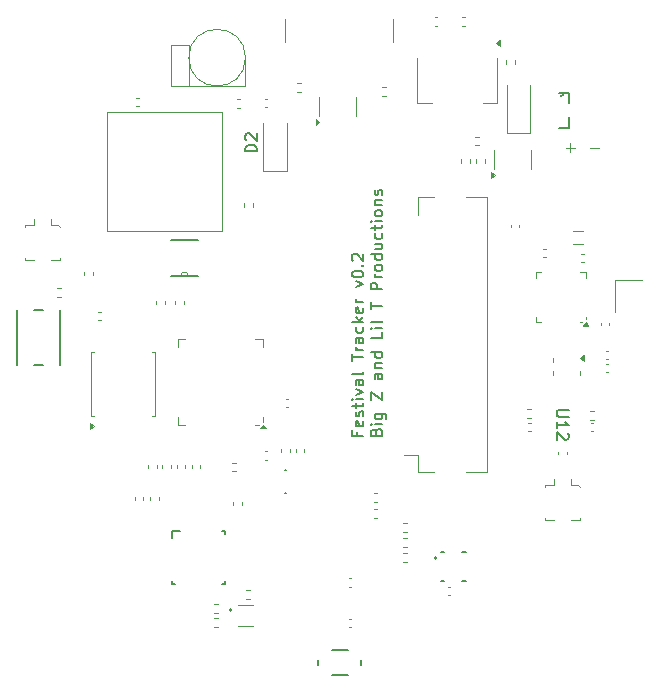
<source format=gbr>
%TF.GenerationSoftware,KiCad,Pcbnew,8.0.1*%
%TF.CreationDate,2024-07-20T14:05:52-04:00*%
%TF.ProjectId,esp32s3,65737033-3273-4332-9e6b-696361645f70,rev?*%
%TF.SameCoordinates,Original*%
%TF.FileFunction,Legend,Top*%
%TF.FilePolarity,Positive*%
%FSLAX46Y46*%
G04 Gerber Fmt 4.6, Leading zero omitted, Abs format (unit mm)*
G04 Created by KiCad (PCBNEW 8.0.1) date 2024-07-20 14:05:52*
%MOMM*%
%LPD*%
G01*
G04 APERTURE LIST*
%ADD10C,0.200000*%
%ADD11C,0.150000*%
%ADD12C,0.100000*%
%ADD13C,0.120000*%
%ADD14C,0.127000*%
%ADD15C,0.152400*%
G04 APERTURE END LIST*
D10*
X131533465Y-80246993D02*
X131533465Y-80580326D01*
X132057275Y-80580326D02*
X131057275Y-80580326D01*
X131057275Y-80580326D02*
X131057275Y-80104136D01*
X132009656Y-79342231D02*
X132057275Y-79437469D01*
X132057275Y-79437469D02*
X132057275Y-79627945D01*
X132057275Y-79627945D02*
X132009656Y-79723183D01*
X132009656Y-79723183D02*
X131914417Y-79770802D01*
X131914417Y-79770802D02*
X131533465Y-79770802D01*
X131533465Y-79770802D02*
X131438227Y-79723183D01*
X131438227Y-79723183D02*
X131390608Y-79627945D01*
X131390608Y-79627945D02*
X131390608Y-79437469D01*
X131390608Y-79437469D02*
X131438227Y-79342231D01*
X131438227Y-79342231D02*
X131533465Y-79294612D01*
X131533465Y-79294612D02*
X131628703Y-79294612D01*
X131628703Y-79294612D02*
X131723941Y-79770802D01*
X132009656Y-78913659D02*
X132057275Y-78818421D01*
X132057275Y-78818421D02*
X132057275Y-78627945D01*
X132057275Y-78627945D02*
X132009656Y-78532707D01*
X132009656Y-78532707D02*
X131914417Y-78485088D01*
X131914417Y-78485088D02*
X131866798Y-78485088D01*
X131866798Y-78485088D02*
X131771560Y-78532707D01*
X131771560Y-78532707D02*
X131723941Y-78627945D01*
X131723941Y-78627945D02*
X131723941Y-78770802D01*
X131723941Y-78770802D02*
X131676322Y-78866040D01*
X131676322Y-78866040D02*
X131581084Y-78913659D01*
X131581084Y-78913659D02*
X131533465Y-78913659D01*
X131533465Y-78913659D02*
X131438227Y-78866040D01*
X131438227Y-78866040D02*
X131390608Y-78770802D01*
X131390608Y-78770802D02*
X131390608Y-78627945D01*
X131390608Y-78627945D02*
X131438227Y-78532707D01*
X131390608Y-78199373D02*
X131390608Y-77818421D01*
X131057275Y-78056516D02*
X131914417Y-78056516D01*
X131914417Y-78056516D02*
X132009656Y-78008897D01*
X132009656Y-78008897D02*
X132057275Y-77913659D01*
X132057275Y-77913659D02*
X132057275Y-77818421D01*
X132057275Y-77485087D02*
X131390608Y-77485087D01*
X131057275Y-77485087D02*
X131104894Y-77532706D01*
X131104894Y-77532706D02*
X131152513Y-77485087D01*
X131152513Y-77485087D02*
X131104894Y-77437468D01*
X131104894Y-77437468D02*
X131057275Y-77485087D01*
X131057275Y-77485087D02*
X131152513Y-77485087D01*
X131390608Y-77104135D02*
X132057275Y-76866040D01*
X132057275Y-76866040D02*
X131390608Y-76627945D01*
X132057275Y-75818421D02*
X131533465Y-75818421D01*
X131533465Y-75818421D02*
X131438227Y-75866040D01*
X131438227Y-75866040D02*
X131390608Y-75961278D01*
X131390608Y-75961278D02*
X131390608Y-76151754D01*
X131390608Y-76151754D02*
X131438227Y-76246992D01*
X132009656Y-75818421D02*
X132057275Y-75913659D01*
X132057275Y-75913659D02*
X132057275Y-76151754D01*
X132057275Y-76151754D02*
X132009656Y-76246992D01*
X132009656Y-76246992D02*
X131914417Y-76294611D01*
X131914417Y-76294611D02*
X131819179Y-76294611D01*
X131819179Y-76294611D02*
X131723941Y-76246992D01*
X131723941Y-76246992D02*
X131676322Y-76151754D01*
X131676322Y-76151754D02*
X131676322Y-75913659D01*
X131676322Y-75913659D02*
X131628703Y-75818421D01*
X132057275Y-75199373D02*
X132009656Y-75294611D01*
X132009656Y-75294611D02*
X131914417Y-75342230D01*
X131914417Y-75342230D02*
X131057275Y-75342230D01*
X131057275Y-74199372D02*
X131057275Y-73627944D01*
X132057275Y-73913658D02*
X131057275Y-73913658D01*
X132057275Y-73294610D02*
X131390608Y-73294610D01*
X131581084Y-73294610D02*
X131485846Y-73246991D01*
X131485846Y-73246991D02*
X131438227Y-73199372D01*
X131438227Y-73199372D02*
X131390608Y-73104134D01*
X131390608Y-73104134D02*
X131390608Y-73008896D01*
X132057275Y-72246991D02*
X131533465Y-72246991D01*
X131533465Y-72246991D02*
X131438227Y-72294610D01*
X131438227Y-72294610D02*
X131390608Y-72389848D01*
X131390608Y-72389848D02*
X131390608Y-72580324D01*
X131390608Y-72580324D02*
X131438227Y-72675562D01*
X132009656Y-72246991D02*
X132057275Y-72342229D01*
X132057275Y-72342229D02*
X132057275Y-72580324D01*
X132057275Y-72580324D02*
X132009656Y-72675562D01*
X132009656Y-72675562D02*
X131914417Y-72723181D01*
X131914417Y-72723181D02*
X131819179Y-72723181D01*
X131819179Y-72723181D02*
X131723941Y-72675562D01*
X131723941Y-72675562D02*
X131676322Y-72580324D01*
X131676322Y-72580324D02*
X131676322Y-72342229D01*
X131676322Y-72342229D02*
X131628703Y-72246991D01*
X132009656Y-71342229D02*
X132057275Y-71437467D01*
X132057275Y-71437467D02*
X132057275Y-71627943D01*
X132057275Y-71627943D02*
X132009656Y-71723181D01*
X132009656Y-71723181D02*
X131962036Y-71770800D01*
X131962036Y-71770800D02*
X131866798Y-71818419D01*
X131866798Y-71818419D02*
X131581084Y-71818419D01*
X131581084Y-71818419D02*
X131485846Y-71770800D01*
X131485846Y-71770800D02*
X131438227Y-71723181D01*
X131438227Y-71723181D02*
X131390608Y-71627943D01*
X131390608Y-71627943D02*
X131390608Y-71437467D01*
X131390608Y-71437467D02*
X131438227Y-71342229D01*
X132057275Y-70913657D02*
X131057275Y-70913657D01*
X131676322Y-70818419D02*
X132057275Y-70532705D01*
X131390608Y-70532705D02*
X131771560Y-70913657D01*
X132009656Y-69723181D02*
X132057275Y-69818419D01*
X132057275Y-69818419D02*
X132057275Y-70008895D01*
X132057275Y-70008895D02*
X132009656Y-70104133D01*
X132009656Y-70104133D02*
X131914417Y-70151752D01*
X131914417Y-70151752D02*
X131533465Y-70151752D01*
X131533465Y-70151752D02*
X131438227Y-70104133D01*
X131438227Y-70104133D02*
X131390608Y-70008895D01*
X131390608Y-70008895D02*
X131390608Y-69818419D01*
X131390608Y-69818419D02*
X131438227Y-69723181D01*
X131438227Y-69723181D02*
X131533465Y-69675562D01*
X131533465Y-69675562D02*
X131628703Y-69675562D01*
X131628703Y-69675562D02*
X131723941Y-70151752D01*
X132057275Y-69246990D02*
X131390608Y-69246990D01*
X131581084Y-69246990D02*
X131485846Y-69199371D01*
X131485846Y-69199371D02*
X131438227Y-69151752D01*
X131438227Y-69151752D02*
X131390608Y-69056514D01*
X131390608Y-69056514D02*
X131390608Y-68961276D01*
X131390608Y-67961275D02*
X132057275Y-67723180D01*
X132057275Y-67723180D02*
X131390608Y-67485085D01*
X131057275Y-66913656D02*
X131057275Y-66818418D01*
X131057275Y-66818418D02*
X131104894Y-66723180D01*
X131104894Y-66723180D02*
X131152513Y-66675561D01*
X131152513Y-66675561D02*
X131247751Y-66627942D01*
X131247751Y-66627942D02*
X131438227Y-66580323D01*
X131438227Y-66580323D02*
X131676322Y-66580323D01*
X131676322Y-66580323D02*
X131866798Y-66627942D01*
X131866798Y-66627942D02*
X131962036Y-66675561D01*
X131962036Y-66675561D02*
X132009656Y-66723180D01*
X132009656Y-66723180D02*
X132057275Y-66818418D01*
X132057275Y-66818418D02*
X132057275Y-66913656D01*
X132057275Y-66913656D02*
X132009656Y-67008894D01*
X132009656Y-67008894D02*
X131962036Y-67056513D01*
X131962036Y-67056513D02*
X131866798Y-67104132D01*
X131866798Y-67104132D02*
X131676322Y-67151751D01*
X131676322Y-67151751D02*
X131438227Y-67151751D01*
X131438227Y-67151751D02*
X131247751Y-67104132D01*
X131247751Y-67104132D02*
X131152513Y-67056513D01*
X131152513Y-67056513D02*
X131104894Y-67008894D01*
X131104894Y-67008894D02*
X131057275Y-66913656D01*
X131962036Y-66151751D02*
X132009656Y-66104132D01*
X132009656Y-66104132D02*
X132057275Y-66151751D01*
X132057275Y-66151751D02*
X132009656Y-66199370D01*
X132009656Y-66199370D02*
X131962036Y-66151751D01*
X131962036Y-66151751D02*
X132057275Y-66151751D01*
X131152513Y-65723180D02*
X131104894Y-65675561D01*
X131104894Y-65675561D02*
X131057275Y-65580323D01*
X131057275Y-65580323D02*
X131057275Y-65342228D01*
X131057275Y-65342228D02*
X131104894Y-65246990D01*
X131104894Y-65246990D02*
X131152513Y-65199371D01*
X131152513Y-65199371D02*
X131247751Y-65151752D01*
X131247751Y-65151752D02*
X131342989Y-65151752D01*
X131342989Y-65151752D02*
X131485846Y-65199371D01*
X131485846Y-65199371D02*
X132057275Y-65770799D01*
X132057275Y-65770799D02*
X132057275Y-65151752D01*
X133143409Y-80246993D02*
X133191028Y-80104136D01*
X133191028Y-80104136D02*
X133238647Y-80056517D01*
X133238647Y-80056517D02*
X133333885Y-80008898D01*
X133333885Y-80008898D02*
X133476742Y-80008898D01*
X133476742Y-80008898D02*
X133571980Y-80056517D01*
X133571980Y-80056517D02*
X133619600Y-80104136D01*
X133619600Y-80104136D02*
X133667219Y-80199374D01*
X133667219Y-80199374D02*
X133667219Y-80580326D01*
X133667219Y-80580326D02*
X132667219Y-80580326D01*
X132667219Y-80580326D02*
X132667219Y-80246993D01*
X132667219Y-80246993D02*
X132714838Y-80151755D01*
X132714838Y-80151755D02*
X132762457Y-80104136D01*
X132762457Y-80104136D02*
X132857695Y-80056517D01*
X132857695Y-80056517D02*
X132952933Y-80056517D01*
X132952933Y-80056517D02*
X133048171Y-80104136D01*
X133048171Y-80104136D02*
X133095790Y-80151755D01*
X133095790Y-80151755D02*
X133143409Y-80246993D01*
X133143409Y-80246993D02*
X133143409Y-80580326D01*
X133667219Y-79580326D02*
X133000552Y-79580326D01*
X132667219Y-79580326D02*
X132714838Y-79627945D01*
X132714838Y-79627945D02*
X132762457Y-79580326D01*
X132762457Y-79580326D02*
X132714838Y-79532707D01*
X132714838Y-79532707D02*
X132667219Y-79580326D01*
X132667219Y-79580326D02*
X132762457Y-79580326D01*
X133000552Y-78675565D02*
X133810076Y-78675565D01*
X133810076Y-78675565D02*
X133905314Y-78723184D01*
X133905314Y-78723184D02*
X133952933Y-78770803D01*
X133952933Y-78770803D02*
X134000552Y-78866041D01*
X134000552Y-78866041D02*
X134000552Y-79008898D01*
X134000552Y-79008898D02*
X133952933Y-79104136D01*
X133619600Y-78675565D02*
X133667219Y-78770803D01*
X133667219Y-78770803D02*
X133667219Y-78961279D01*
X133667219Y-78961279D02*
X133619600Y-79056517D01*
X133619600Y-79056517D02*
X133571980Y-79104136D01*
X133571980Y-79104136D02*
X133476742Y-79151755D01*
X133476742Y-79151755D02*
X133191028Y-79151755D01*
X133191028Y-79151755D02*
X133095790Y-79104136D01*
X133095790Y-79104136D02*
X133048171Y-79056517D01*
X133048171Y-79056517D02*
X133000552Y-78961279D01*
X133000552Y-78961279D02*
X133000552Y-78770803D01*
X133000552Y-78770803D02*
X133048171Y-78675565D01*
X132667219Y-77532707D02*
X132667219Y-76866041D01*
X132667219Y-76866041D02*
X133667219Y-77532707D01*
X133667219Y-77532707D02*
X133667219Y-76866041D01*
X133667219Y-75294612D02*
X133143409Y-75294612D01*
X133143409Y-75294612D02*
X133048171Y-75342231D01*
X133048171Y-75342231D02*
X133000552Y-75437469D01*
X133000552Y-75437469D02*
X133000552Y-75627945D01*
X133000552Y-75627945D02*
X133048171Y-75723183D01*
X133619600Y-75294612D02*
X133667219Y-75389850D01*
X133667219Y-75389850D02*
X133667219Y-75627945D01*
X133667219Y-75627945D02*
X133619600Y-75723183D01*
X133619600Y-75723183D02*
X133524361Y-75770802D01*
X133524361Y-75770802D02*
X133429123Y-75770802D01*
X133429123Y-75770802D02*
X133333885Y-75723183D01*
X133333885Y-75723183D02*
X133286266Y-75627945D01*
X133286266Y-75627945D02*
X133286266Y-75389850D01*
X133286266Y-75389850D02*
X133238647Y-75294612D01*
X133000552Y-74818421D02*
X133667219Y-74818421D01*
X133095790Y-74818421D02*
X133048171Y-74770802D01*
X133048171Y-74770802D02*
X133000552Y-74675564D01*
X133000552Y-74675564D02*
X133000552Y-74532707D01*
X133000552Y-74532707D02*
X133048171Y-74437469D01*
X133048171Y-74437469D02*
X133143409Y-74389850D01*
X133143409Y-74389850D02*
X133667219Y-74389850D01*
X133667219Y-73485088D02*
X132667219Y-73485088D01*
X133619600Y-73485088D02*
X133667219Y-73580326D01*
X133667219Y-73580326D02*
X133667219Y-73770802D01*
X133667219Y-73770802D02*
X133619600Y-73866040D01*
X133619600Y-73866040D02*
X133571980Y-73913659D01*
X133571980Y-73913659D02*
X133476742Y-73961278D01*
X133476742Y-73961278D02*
X133191028Y-73961278D01*
X133191028Y-73961278D02*
X133095790Y-73913659D01*
X133095790Y-73913659D02*
X133048171Y-73866040D01*
X133048171Y-73866040D02*
X133000552Y-73770802D01*
X133000552Y-73770802D02*
X133000552Y-73580326D01*
X133000552Y-73580326D02*
X133048171Y-73485088D01*
X133667219Y-71770802D02*
X133667219Y-72246992D01*
X133667219Y-72246992D02*
X132667219Y-72246992D01*
X133667219Y-71437468D02*
X133000552Y-71437468D01*
X132667219Y-71437468D02*
X132714838Y-71485087D01*
X132714838Y-71485087D02*
X132762457Y-71437468D01*
X132762457Y-71437468D02*
X132714838Y-71389849D01*
X132714838Y-71389849D02*
X132667219Y-71437468D01*
X132667219Y-71437468D02*
X132762457Y-71437468D01*
X133667219Y-70818421D02*
X133619600Y-70913659D01*
X133619600Y-70913659D02*
X133524361Y-70961278D01*
X133524361Y-70961278D02*
X132667219Y-70961278D01*
X132667219Y-69818420D02*
X132667219Y-69246992D01*
X133667219Y-69532706D02*
X132667219Y-69532706D01*
X133667219Y-68151753D02*
X132667219Y-68151753D01*
X132667219Y-68151753D02*
X132667219Y-67770801D01*
X132667219Y-67770801D02*
X132714838Y-67675563D01*
X132714838Y-67675563D02*
X132762457Y-67627944D01*
X132762457Y-67627944D02*
X132857695Y-67580325D01*
X132857695Y-67580325D02*
X133000552Y-67580325D01*
X133000552Y-67580325D02*
X133095790Y-67627944D01*
X133095790Y-67627944D02*
X133143409Y-67675563D01*
X133143409Y-67675563D02*
X133191028Y-67770801D01*
X133191028Y-67770801D02*
X133191028Y-68151753D01*
X133667219Y-67151753D02*
X133000552Y-67151753D01*
X133191028Y-67151753D02*
X133095790Y-67104134D01*
X133095790Y-67104134D02*
X133048171Y-67056515D01*
X133048171Y-67056515D02*
X133000552Y-66961277D01*
X133000552Y-66961277D02*
X133000552Y-66866039D01*
X133667219Y-66389848D02*
X133619600Y-66485086D01*
X133619600Y-66485086D02*
X133571980Y-66532705D01*
X133571980Y-66532705D02*
X133476742Y-66580324D01*
X133476742Y-66580324D02*
X133191028Y-66580324D01*
X133191028Y-66580324D02*
X133095790Y-66532705D01*
X133095790Y-66532705D02*
X133048171Y-66485086D01*
X133048171Y-66485086D02*
X133000552Y-66389848D01*
X133000552Y-66389848D02*
X133000552Y-66246991D01*
X133000552Y-66246991D02*
X133048171Y-66151753D01*
X133048171Y-66151753D02*
X133095790Y-66104134D01*
X133095790Y-66104134D02*
X133191028Y-66056515D01*
X133191028Y-66056515D02*
X133476742Y-66056515D01*
X133476742Y-66056515D02*
X133571980Y-66104134D01*
X133571980Y-66104134D02*
X133619600Y-66151753D01*
X133619600Y-66151753D02*
X133667219Y-66246991D01*
X133667219Y-66246991D02*
X133667219Y-66389848D01*
X133667219Y-65199372D02*
X132667219Y-65199372D01*
X133619600Y-65199372D02*
X133667219Y-65294610D01*
X133667219Y-65294610D02*
X133667219Y-65485086D01*
X133667219Y-65485086D02*
X133619600Y-65580324D01*
X133619600Y-65580324D02*
X133571980Y-65627943D01*
X133571980Y-65627943D02*
X133476742Y-65675562D01*
X133476742Y-65675562D02*
X133191028Y-65675562D01*
X133191028Y-65675562D02*
X133095790Y-65627943D01*
X133095790Y-65627943D02*
X133048171Y-65580324D01*
X133048171Y-65580324D02*
X133000552Y-65485086D01*
X133000552Y-65485086D02*
X133000552Y-65294610D01*
X133000552Y-65294610D02*
X133048171Y-65199372D01*
X133000552Y-64294610D02*
X133667219Y-64294610D01*
X133000552Y-64723181D02*
X133524361Y-64723181D01*
X133524361Y-64723181D02*
X133619600Y-64675562D01*
X133619600Y-64675562D02*
X133667219Y-64580324D01*
X133667219Y-64580324D02*
X133667219Y-64437467D01*
X133667219Y-64437467D02*
X133619600Y-64342229D01*
X133619600Y-64342229D02*
X133571980Y-64294610D01*
X133619600Y-63389848D02*
X133667219Y-63485086D01*
X133667219Y-63485086D02*
X133667219Y-63675562D01*
X133667219Y-63675562D02*
X133619600Y-63770800D01*
X133619600Y-63770800D02*
X133571980Y-63818419D01*
X133571980Y-63818419D02*
X133476742Y-63866038D01*
X133476742Y-63866038D02*
X133191028Y-63866038D01*
X133191028Y-63866038D02*
X133095790Y-63818419D01*
X133095790Y-63818419D02*
X133048171Y-63770800D01*
X133048171Y-63770800D02*
X133000552Y-63675562D01*
X133000552Y-63675562D02*
X133000552Y-63485086D01*
X133000552Y-63485086D02*
X133048171Y-63389848D01*
X133000552Y-63104133D02*
X133000552Y-62723181D01*
X132667219Y-62961276D02*
X133524361Y-62961276D01*
X133524361Y-62961276D02*
X133619600Y-62913657D01*
X133619600Y-62913657D02*
X133667219Y-62818419D01*
X133667219Y-62818419D02*
X133667219Y-62723181D01*
X133667219Y-62389847D02*
X133000552Y-62389847D01*
X132667219Y-62389847D02*
X132714838Y-62437466D01*
X132714838Y-62437466D02*
X132762457Y-62389847D01*
X132762457Y-62389847D02*
X132714838Y-62342228D01*
X132714838Y-62342228D02*
X132667219Y-62389847D01*
X132667219Y-62389847D02*
X132762457Y-62389847D01*
X133667219Y-61770800D02*
X133619600Y-61866038D01*
X133619600Y-61866038D02*
X133571980Y-61913657D01*
X133571980Y-61913657D02*
X133476742Y-61961276D01*
X133476742Y-61961276D02*
X133191028Y-61961276D01*
X133191028Y-61961276D02*
X133095790Y-61913657D01*
X133095790Y-61913657D02*
X133048171Y-61866038D01*
X133048171Y-61866038D02*
X133000552Y-61770800D01*
X133000552Y-61770800D02*
X133000552Y-61627943D01*
X133000552Y-61627943D02*
X133048171Y-61532705D01*
X133048171Y-61532705D02*
X133095790Y-61485086D01*
X133095790Y-61485086D02*
X133191028Y-61437467D01*
X133191028Y-61437467D02*
X133476742Y-61437467D01*
X133476742Y-61437467D02*
X133571980Y-61485086D01*
X133571980Y-61485086D02*
X133619600Y-61532705D01*
X133619600Y-61532705D02*
X133667219Y-61627943D01*
X133667219Y-61627943D02*
X133667219Y-61770800D01*
X133000552Y-61008895D02*
X133667219Y-61008895D01*
X133095790Y-61008895D02*
X133048171Y-60961276D01*
X133048171Y-60961276D02*
X133000552Y-60866038D01*
X133000552Y-60866038D02*
X133000552Y-60723181D01*
X133000552Y-60723181D02*
X133048171Y-60627943D01*
X133048171Y-60627943D02*
X133143409Y-60580324D01*
X133143409Y-60580324D02*
X133667219Y-60580324D01*
X133619600Y-60151752D02*
X133667219Y-60056514D01*
X133667219Y-60056514D02*
X133667219Y-59866038D01*
X133667219Y-59866038D02*
X133619600Y-59770800D01*
X133619600Y-59770800D02*
X133524361Y-59723181D01*
X133524361Y-59723181D02*
X133476742Y-59723181D01*
X133476742Y-59723181D02*
X133381504Y-59770800D01*
X133381504Y-59770800D02*
X133333885Y-59866038D01*
X133333885Y-59866038D02*
X133333885Y-60008895D01*
X133333885Y-60008895D02*
X133286266Y-60104133D01*
X133286266Y-60104133D02*
X133191028Y-60151752D01*
X133191028Y-60151752D02*
X133143409Y-60151752D01*
X133143409Y-60151752D02*
X133048171Y-60104133D01*
X133048171Y-60104133D02*
X133000552Y-60008895D01*
X133000552Y-60008895D02*
X133000552Y-59866038D01*
X133000552Y-59866038D02*
X133048171Y-59770800D01*
D11*
X149445179Y-78365105D02*
X148635656Y-78365105D01*
X148635656Y-78365105D02*
X148540418Y-78412724D01*
X148540418Y-78412724D02*
X148492799Y-78460343D01*
X148492799Y-78460343D02*
X148445179Y-78555581D01*
X148445179Y-78555581D02*
X148445179Y-78746057D01*
X148445179Y-78746057D02*
X148492799Y-78841295D01*
X148492799Y-78841295D02*
X148540418Y-78888914D01*
X148540418Y-78888914D02*
X148635656Y-78936533D01*
X148635656Y-78936533D02*
X149445179Y-78936533D01*
X148445179Y-79936533D02*
X148445179Y-79365105D01*
X148445179Y-79650819D02*
X149445179Y-79650819D01*
X149445179Y-79650819D02*
X149302322Y-79555581D01*
X149302322Y-79555581D02*
X149207084Y-79460343D01*
X149207084Y-79460343D02*
X149159465Y-79365105D01*
X149349941Y-80317486D02*
X149397560Y-80365105D01*
X149397560Y-80365105D02*
X149445179Y-80460343D01*
X149445179Y-80460343D02*
X149445179Y-80698438D01*
X149445179Y-80698438D02*
X149397560Y-80793676D01*
X149397560Y-80793676D02*
X149349941Y-80841295D01*
X149349941Y-80841295D02*
X149254703Y-80888914D01*
X149254703Y-80888914D02*
X149159465Y-80888914D01*
X149159465Y-80888914D02*
X149016608Y-80841295D01*
X149016608Y-80841295D02*
X148445179Y-80269867D01*
X148445179Y-80269867D02*
X148445179Y-80888914D01*
X123054819Y-56488094D02*
X122054819Y-56488094D01*
X122054819Y-56488094D02*
X122054819Y-56249999D01*
X122054819Y-56249999D02*
X122102438Y-56107142D01*
X122102438Y-56107142D02*
X122197676Y-56011904D01*
X122197676Y-56011904D02*
X122292914Y-55964285D01*
X122292914Y-55964285D02*
X122483390Y-55916666D01*
X122483390Y-55916666D02*
X122626247Y-55916666D01*
X122626247Y-55916666D02*
X122816723Y-55964285D01*
X122816723Y-55964285D02*
X122911961Y-56011904D01*
X122911961Y-56011904D02*
X123007200Y-56107142D01*
X123007200Y-56107142D02*
X123054819Y-56249999D01*
X123054819Y-56249999D02*
X123054819Y-56488094D01*
X122150057Y-55535713D02*
X122102438Y-55488094D01*
X122102438Y-55488094D02*
X122054819Y-55392856D01*
X122054819Y-55392856D02*
X122054819Y-55154761D01*
X122054819Y-55154761D02*
X122102438Y-55059523D01*
X122102438Y-55059523D02*
X122150057Y-55011904D01*
X122150057Y-55011904D02*
X122245295Y-54964285D01*
X122245295Y-54964285D02*
X122340533Y-54964285D01*
X122340533Y-54964285D02*
X122483390Y-55011904D01*
X122483390Y-55011904D02*
X123054819Y-55583332D01*
X123054819Y-55583332D02*
X123054819Y-54964285D01*
D12*
X149203884Y-56191466D02*
X149965789Y-56191466D01*
X149584836Y-56572419D02*
X149584836Y-55810514D01*
X151253884Y-56191466D02*
X152015789Y-56191466D01*
D13*
%TO.C,C33*%
X139212164Y-93340000D02*
X139427836Y-93340000D01*
X139212164Y-94060000D02*
X139427836Y-94060000D01*
%TO.C,C16*%
X123692164Y-52040000D02*
X123907836Y-52040000D01*
X123692164Y-52760000D02*
X123907836Y-52760000D01*
%TO.C,C18*%
X147507836Y-64740000D02*
X147292164Y-64740000D01*
X147507836Y-65460000D02*
X147292164Y-65460000D01*
%TO.C,Q3*%
X122705000Y-94900000D02*
X121405000Y-94900000D01*
X122705000Y-96700000D02*
X121405000Y-96700000D01*
D11*
X120880000Y-95290000D02*
G75*
G02*
X120730000Y-95290000I-75000J0D01*
G01*
X120730000Y-95290000D02*
G75*
G02*
X120880000Y-95290000I75000J0D01*
G01*
D13*
%TO.C,C1*%
X126336820Y-81917836D02*
X126336820Y-81702164D01*
X127056820Y-81917836D02*
X127056820Y-81702164D01*
%TO.C,R12*%
X151246359Y-78420000D02*
X151553641Y-78420000D01*
X151246359Y-79180000D02*
X151553641Y-79180000D01*
D14*
%TO.C,X1*%
X125533180Y-83435000D02*
X125423180Y-83435000D01*
X125533180Y-85435000D02*
X125423180Y-85435000D01*
D13*
%TO.C,L4*%
X149820378Y-63210000D02*
X150619622Y-63210000D01*
X149820378Y-64330000D02*
X150619622Y-64330000D01*
%TO.C,J4*%
X147400000Y-84700000D02*
X148200000Y-84700000D01*
X147400000Y-84900000D02*
X147400000Y-84700000D01*
X147400000Y-87700000D02*
X147400000Y-87500000D01*
X148200000Y-84700000D02*
X148200000Y-84200000D01*
X148200000Y-87700000D02*
X147400000Y-87700000D01*
X149600000Y-84700000D02*
X149600000Y-84200000D01*
X149600000Y-84700000D02*
X150200000Y-84700000D01*
X150200000Y-84700000D02*
X150400000Y-84900000D01*
X150400000Y-87500000D02*
X150400000Y-87700000D01*
X150400000Y-87700000D02*
X149600000Y-87700000D01*
%TO.C,R16*%
X121020000Y-86146359D02*
X121020000Y-86453641D01*
X121780000Y-86146359D02*
X121780000Y-86453641D01*
D15*
%TO.C,SW2*%
X102696201Y-69925901D02*
X102696201Y-74574101D01*
X104138342Y-74574101D02*
X104911660Y-74574101D01*
X104911660Y-69925901D02*
X104138342Y-69925901D01*
X106353801Y-74574101D02*
X106353801Y-69925901D01*
D13*
%TO.C,R7*%
X133636359Y-51020000D02*
X133943641Y-51020000D01*
X133636359Y-51780000D02*
X133943641Y-51780000D01*
D15*
%TO.C,U9*%
X128225000Y-99551387D02*
X128225000Y-99950413D01*
X129370540Y-100779600D02*
X130737060Y-100779600D01*
X130737060Y-98722200D02*
X129370540Y-98722200D01*
X131882600Y-99950413D02*
X131882600Y-99551387D01*
D13*
%TO.C,J5*%
X136700000Y-60350000D02*
X138040000Y-60350000D01*
X136700000Y-61840000D02*
X136700000Y-60350000D01*
X136700000Y-82160000D02*
X135500000Y-82160000D01*
X136700000Y-82160000D02*
X136700000Y-83650000D01*
X136700000Y-83650000D02*
X138040000Y-83650000D01*
X140760000Y-83650000D02*
X142500000Y-83650000D01*
X142500000Y-60350000D02*
X140760000Y-60350000D01*
X142500000Y-83650000D02*
X142500000Y-60350000D01*
%TO.C,C6*%
X115040000Y-83072164D02*
X115040000Y-83287836D01*
X115760000Y-83072164D02*
X115760000Y-83287836D01*
%TO.C,U10*%
X108975000Y-73475000D02*
X109235000Y-73475000D01*
X108975000Y-76200000D02*
X108975000Y-73475000D01*
X108975000Y-76200000D02*
X108975000Y-78925000D01*
X108975000Y-78925000D02*
X109235000Y-78925000D01*
X114425000Y-73475000D02*
X114165000Y-73475000D01*
X114425000Y-76200000D02*
X114425000Y-73475000D01*
X114425000Y-76200000D02*
X114425000Y-78925000D01*
X114425000Y-78925000D02*
X114165000Y-78925000D01*
X109235000Y-79707500D02*
X108905000Y-79947500D01*
X108905000Y-79467500D01*
X109235000Y-79707500D01*
G36*
X109235000Y-79707500D02*
G01*
X108905000Y-79947500D01*
X108905000Y-79467500D01*
X109235000Y-79707500D01*
G37*
%TO.C,C20*%
X152592164Y-74440000D02*
X152807836Y-74440000D01*
X152592164Y-75160000D02*
X152807836Y-75160000D01*
%TO.C,C14*%
X140412164Y-45140000D02*
X140627836Y-45140000D01*
X140412164Y-45860000D02*
X140627836Y-45860000D01*
%TO.C,R1*%
X106136359Y-68020000D02*
X106443641Y-68020000D01*
X106136359Y-68780000D02*
X106443641Y-68780000D01*
%TO.C,C3*%
X112720000Y-85762164D02*
X112720000Y-85977836D01*
X113440000Y-85762164D02*
X113440000Y-85977836D01*
D15*
%TO.C,U12*%
X149230452Y-78940260D02*
G75*
G02*
X149369546Y-78940260I69547J-31140D01*
G01*
D13*
%TO.C,U3*%
X128290000Y-52662500D02*
X128290000Y-51862500D01*
X128290000Y-52662500D02*
X128290000Y-53462500D01*
X131410000Y-52662500D02*
X131410000Y-51862500D01*
X131410000Y-52662500D02*
X131410000Y-53462500D01*
X128340000Y-53962500D02*
X128010000Y-54202500D01*
X128010000Y-53722500D01*
X128340000Y-53962500D01*
G36*
X128340000Y-53962500D02*
G01*
X128010000Y-54202500D01*
X128010000Y-53722500D01*
X128340000Y-53962500D01*
G37*
D15*
%TO.C,U5*%
X115757000Y-66998600D02*
X116595200Y-66998600D01*
X116595200Y-66998600D02*
X117204800Y-66998600D01*
X117204800Y-66998600D02*
X118043000Y-66998600D01*
X118043000Y-64001400D02*
X115757000Y-64001400D01*
D12*
X116595200Y-66998600D02*
G75*
G02*
X117204800Y-66998600I304800J0D01*
G01*
D13*
%TO.C,Q1_Xtal1*%
X153380000Y-67400000D02*
X153380000Y-70100000D01*
X155680000Y-67400000D02*
X153380000Y-67400000D01*
%TO.C,C11*%
X116140000Y-69387836D02*
X116140000Y-69172164D01*
X116860000Y-69387836D02*
X116860000Y-69172164D01*
%TO.C,C26*%
X108440000Y-66927836D02*
X108440000Y-66712164D01*
X109160000Y-66927836D02*
X109160000Y-66712164D01*
%TO.C,R24*%
X119446359Y-94820000D02*
X119753641Y-94820000D01*
X119446359Y-95580000D02*
X119753641Y-95580000D01*
%TO.C,C4*%
X131027836Y-92640000D02*
X130812164Y-92640000D01*
X131027836Y-93360000D02*
X130812164Y-93360000D01*
%TO.C,C7*%
X113840000Y-83072164D02*
X113840000Y-83287836D01*
X114560000Y-83072164D02*
X114560000Y-83287836D01*
%TO.C,C23*%
X152592164Y-73340000D02*
X152807836Y-73340000D01*
X152592164Y-74060000D02*
X152807836Y-74060000D01*
%TO.C,R23*%
X122453641Y-93620000D02*
X122146359Y-93620000D01*
X122453641Y-94380000D02*
X122146359Y-94380000D01*
%TO.C,U4*%
X143140000Y-57200000D02*
X143140000Y-56400000D01*
X143140000Y-57200000D02*
X143140000Y-58000000D01*
X146260000Y-57200000D02*
X146260000Y-56400000D01*
X146260000Y-57200000D02*
X146260000Y-58000000D01*
X143190000Y-58500000D02*
X142860000Y-58740000D01*
X142860000Y-58260000D01*
X143190000Y-58500000D01*
G36*
X143190000Y-58500000D02*
G01*
X142860000Y-58740000D01*
X142860000Y-58260000D01*
X143190000Y-58500000D01*
G37*
%TO.C,C5*%
X123931016Y-81850000D02*
X123715344Y-81850000D01*
X123931016Y-82570000D02*
X123715344Y-82570000D01*
%TO.C,R5*%
X120936359Y-82820000D02*
X121243641Y-82820000D01*
X120936359Y-83580000D02*
X121243641Y-83580000D01*
%TO.C,C24*%
X132992164Y-85440000D02*
X133207836Y-85440000D01*
X132992164Y-86160000D02*
X133207836Y-86160000D01*
%TO.C,R14*%
X135446359Y-87920000D02*
X135753641Y-87920000D01*
X135446359Y-88680000D02*
X135753641Y-88680000D01*
%TO.C,C12*%
X114540000Y-69367836D02*
X114540000Y-69152164D01*
X115260000Y-69367836D02*
X115260000Y-69152164D01*
%TO.C,C22*%
X109612164Y-70040000D02*
X109827836Y-70040000D01*
X109612164Y-70760000D02*
X109827836Y-70760000D01*
%TO.C,R15*%
X135436359Y-89220000D02*
X135743641Y-89220000D01*
X135436359Y-89980000D02*
X135743641Y-89980000D01*
D10*
%TO.C,U11*%
X115875002Y-88625001D02*
X116500002Y-88625001D01*
X115875002Y-89250001D02*
X115875002Y-88625001D01*
X115875002Y-93074999D02*
X115875002Y-92850001D01*
X115875002Y-93074999D02*
X116100000Y-93074999D01*
X120100002Y-88625001D02*
X120325000Y-88625001D01*
X120100002Y-93074999D02*
X120325000Y-93074999D01*
X120325000Y-88849999D02*
X120325000Y-88625001D01*
X120325000Y-93074999D02*
X120325000Y-92850001D01*
D13*
%TO.C,C19*%
X148540000Y-82107836D02*
X148540000Y-81892164D01*
X149260000Y-82107836D02*
X149260000Y-81892164D01*
%TO.C,C32*%
X146207836Y-79440000D02*
X145992164Y-79440000D01*
X146207836Y-80160000D02*
X145992164Y-80160000D01*
%TO.C,R4*%
X121920000Y-60846359D02*
X121920000Y-61153641D01*
X122680000Y-60846359D02*
X122680000Y-61153641D01*
%TO.C,R3*%
X121643641Y-52020000D02*
X121336359Y-52020000D01*
X121643641Y-52780000D02*
X121336359Y-52780000D01*
%TO.C,D2*%
X123600000Y-58110000D02*
X123600000Y-54100000D01*
X123600000Y-58110000D02*
X125600000Y-58110000D01*
X125600000Y-58110000D02*
X125600000Y-54100000D01*
%TO.C,D1*%
X144200000Y-54910000D02*
X144200000Y-50900000D01*
X144200000Y-54910000D02*
X146200000Y-54910000D01*
X146200000Y-54910000D02*
X146200000Y-50900000D01*
%TO.C,ATGM336H1*%
D12*
X110350000Y-53150000D02*
X120050000Y-53150000D01*
X120050000Y-63250000D01*
X110350000Y-63250000D01*
X110350000Y-53150000D01*
D13*
%TO.C,C15*%
X113027836Y-51940000D02*
X112812164Y-51940000D01*
X113027836Y-52660000D02*
X112812164Y-52660000D01*
%TO.C,C31*%
X151292164Y-79440000D02*
X151507836Y-79440000D01*
X151292164Y-80160000D02*
X151507836Y-80160000D01*
%TO.C,R9*%
X144120000Y-49053641D02*
X144120000Y-48746359D01*
X144880000Y-49053641D02*
X144880000Y-48746359D01*
%TO.C,C8*%
X116240000Y-83072164D02*
X116240000Y-83287836D01*
X116960000Y-83072164D02*
X116960000Y-83287836D01*
%TO.C,U2*%
X136590000Y-48600000D02*
X136590000Y-52360000D01*
X136590000Y-52360000D02*
X137850000Y-52360000D01*
X143410000Y-48600000D02*
X143410000Y-52360000D01*
X143410000Y-52360000D02*
X142150000Y-52360000D01*
X143640000Y-47560000D02*
X143310000Y-47320000D01*
X143640000Y-47080000D01*
X143640000Y-47560000D01*
G36*
X143640000Y-47560000D02*
G01*
X143310000Y-47320000D01*
X143640000Y-47080000D01*
X143640000Y-47560000D01*
G37*
%TO.C,R22*%
X119446359Y-96020000D02*
X119753641Y-96020000D01*
X119446359Y-96780000D02*
X119753641Y-96780000D01*
%TO.C,FL1*%
X148140000Y-74290000D02*
X148140000Y-73965000D01*
X148140000Y-75110000D02*
X148140000Y-75435000D01*
X150360000Y-75110000D02*
X150360000Y-75435000D01*
X150700000Y-74200000D02*
X150370000Y-73960000D01*
X150700000Y-73720000D01*
X150700000Y-74200000D01*
G36*
X150700000Y-74200000D02*
G01*
X150370000Y-73960000D01*
X150700000Y-73720000D01*
X150700000Y-74200000D01*
G37*
%TO.C,R2*%
X114000000Y-86023641D02*
X114000000Y-85716359D01*
X114760000Y-86023641D02*
X114760000Y-85716359D01*
D12*
%TO.C,BT1*%
X115775000Y-47445000D02*
X117275000Y-47445000D01*
X115775000Y-50945000D02*
X115775000Y-47445000D01*
X117275000Y-47445000D02*
X117275000Y-48545000D01*
X117275000Y-48545000D02*
X117275000Y-50945000D01*
X117275000Y-50945000D02*
X115775000Y-50945000D01*
X117275000Y-50945000D02*
X119675000Y-50945000D01*
X119675000Y-50945000D02*
X122075000Y-50945000D01*
X122075000Y-48545000D02*
X122075000Y-50945000D01*
X122075000Y-48545000D02*
G75*
G02*
X117275000Y-48545000I-2400000J0D01*
G01*
X117275000Y-48545000D02*
G75*
G02*
X122075000Y-48545000I2400000J0D01*
G01*
D13*
%TO.C,C9*%
X117540000Y-83072164D02*
X117540000Y-83287836D01*
X118260000Y-83072164D02*
X118260000Y-83287836D01*
%TO.C,R8*%
X141843641Y-55220000D02*
X141536359Y-55220000D01*
X141843641Y-55980000D02*
X141536359Y-55980000D01*
%TO.C,C17*%
X152140000Y-70992164D02*
X152140000Y-71207836D01*
X152860000Y-70992164D02*
X152860000Y-71207836D01*
%TO.C,J1*%
X125445000Y-45295000D02*
X125445000Y-47215000D01*
X134605000Y-47215000D02*
X134605000Y-45295000D01*
%TO.C,C2*%
X131027836Y-96040000D02*
X130812164Y-96040000D01*
X131027836Y-96760000D02*
X130812164Y-96760000D01*
%TO.C,R10*%
X141620000Y-57463641D02*
X141620000Y-57156359D01*
X142380000Y-57463641D02*
X142380000Y-57156359D01*
%TO.C,U1*%
X116340000Y-72390000D02*
X116340000Y-73040000D01*
X116340000Y-79610000D02*
X116340000Y-78960000D01*
X116990000Y-72390000D02*
X116340000Y-72390000D01*
X116990000Y-79610000D02*
X116340000Y-79610000D01*
X122910000Y-72390000D02*
X123560000Y-72390000D01*
X122910000Y-79610000D02*
X123260000Y-79610000D01*
X123560000Y-72390000D02*
X123560000Y-73040000D01*
X123560000Y-78960000D02*
X123560000Y-79370000D01*
X123800000Y-79940000D02*
X123320000Y-79940000D01*
X123560000Y-79610000D01*
X123800000Y-79940000D01*
G36*
X123800000Y-79940000D02*
G01*
X123320000Y-79940000D01*
X123560000Y-79610000D01*
X123800000Y-79940000D01*
G37*
%TO.C,R13*%
X146253641Y-78320000D02*
X145946359Y-78320000D01*
X146253641Y-79080000D02*
X145946359Y-79080000D01*
%TO.C,R19*%
X133243641Y-86720000D02*
X132936359Y-86720000D01*
X133243641Y-87480000D02*
X132936359Y-87480000D01*
%TO.C,R6*%
X126743641Y-50720000D02*
X126436359Y-50720000D01*
X126743641Y-51480000D02*
X126436359Y-51480000D01*
%TO.C,R17*%
X135436359Y-90520000D02*
X135743641Y-90520000D01*
X135436359Y-91280000D02*
X135743641Y-91280000D01*
D14*
%TO.C,U8*%
X138915000Y-90411000D02*
X138605000Y-90411000D01*
X138915000Y-92889000D02*
X138605000Y-92889000D01*
X140395000Y-90411000D02*
X140705000Y-90411000D01*
X140395000Y-92889000D02*
X140705000Y-92889000D01*
D10*
X138255000Y-90900000D02*
G75*
G02*
X138055000Y-90900000I-100000J0D01*
G01*
X138055000Y-90900000D02*
G75*
G02*
X138255000Y-90900000I100000J0D01*
G01*
D13*
%TO.C,C13*%
X138092164Y-45140000D02*
X138307836Y-45140000D01*
X138092164Y-45860000D02*
X138307836Y-45860000D01*
%TO.C,U6*%
X146650000Y-66730000D02*
X146650000Y-67205000D01*
X146650000Y-70950000D02*
X146650000Y-70475000D01*
X147125000Y-66730000D02*
X146650000Y-66730000D01*
X147125000Y-70950000D02*
X146650000Y-70950000D01*
X150395000Y-66730000D02*
X150870000Y-66730000D01*
X150395000Y-70950000D02*
X150570000Y-70950000D01*
X150870000Y-66730000D02*
X150870000Y-67205000D01*
X150870000Y-70475000D02*
X150870000Y-70710000D01*
X151110000Y-71280000D02*
X150630000Y-71280000D01*
X150870000Y-70950000D01*
X151110000Y-71280000D01*
G36*
X151110000Y-71280000D02*
G01*
X150630000Y-71280000D01*
X150870000Y-70950000D01*
X151110000Y-71280000D01*
G37*
%TO.C,C21*%
X150697836Y-65160000D02*
X150482164Y-65160000D01*
X150697836Y-65880000D02*
X150482164Y-65880000D01*
%TO.C,C10*%
X125492164Y-77420000D02*
X125707836Y-77420000D01*
X125492164Y-78140000D02*
X125707836Y-78140000D01*
D15*
%TO.C,U7*%
X148610100Y-54498600D02*
X149473700Y-54498600D01*
X149067300Y-51501400D02*
X148610100Y-51501400D01*
X149473700Y-51501400D02*
X149067300Y-51501400D01*
X149473700Y-52390400D02*
X149473700Y-51501400D01*
X149473700Y-54498600D02*
X149473700Y-53609600D01*
X149067300Y-51501400D02*
G75*
G02*
X148737100Y-51806200I-304748J-1115D01*
G01*
D13*
%TO.C,J3*%
X103400000Y-62700000D02*
X104200000Y-62700000D01*
X103400000Y-62900000D02*
X103400000Y-62700000D01*
X103400000Y-65700000D02*
X103400000Y-65500000D01*
X104200000Y-62700000D02*
X104200000Y-62200000D01*
X104200000Y-65700000D02*
X103400000Y-65700000D01*
X105600000Y-62700000D02*
X105600000Y-62200000D01*
X105600000Y-62700000D02*
X106200000Y-62700000D01*
X106200000Y-62700000D02*
X106400000Y-62900000D01*
X106400000Y-65500000D02*
X106400000Y-65700000D01*
X106400000Y-65700000D02*
X105600000Y-65700000D01*
%TO.C,R18*%
X125120000Y-81656359D02*
X125120000Y-81963641D01*
X125880000Y-81656359D02*
X125880000Y-81963641D01*
%TO.C,C25*%
X144540000Y-62672164D02*
X144540000Y-62887836D01*
X145260000Y-62672164D02*
X145260000Y-62887836D01*
%TO.C,R11*%
X140320000Y-57156359D02*
X140320000Y-57463641D01*
X141080000Y-57156359D02*
X141080000Y-57463641D01*
%TD*%
M02*

</source>
